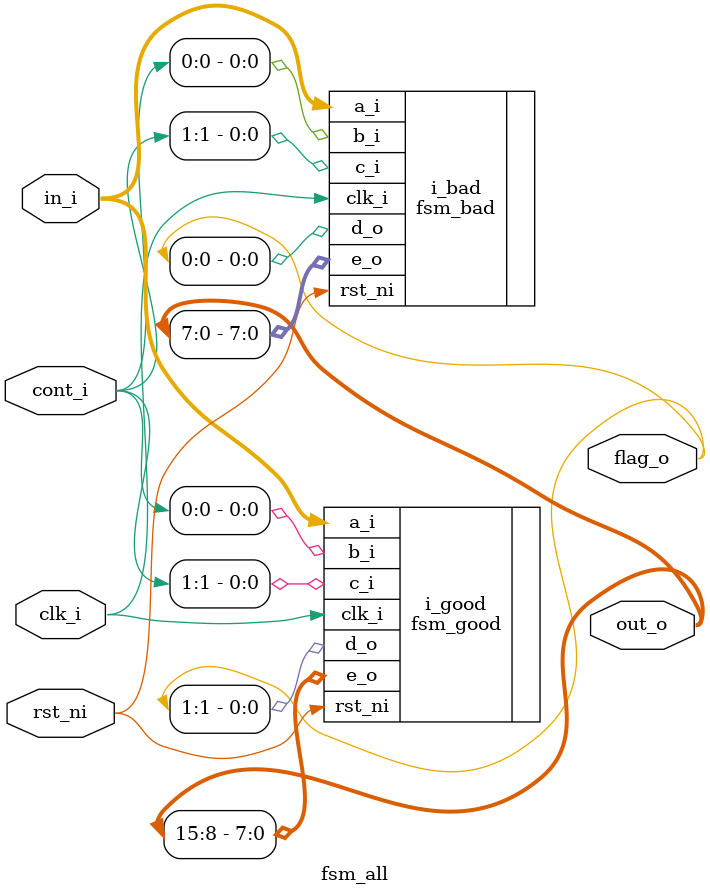
<source format=sv>

module fsm_all (
  input  logic        clk_i,
  input  logic        rst_ni,
  input  logic [7:0]  in_i,
  output logic [15:0] out_o,
  input  logic [1:0]  cont_i,
  output logic [1:0]  flag_o
);

  fsm_good i_good (
    .clk_i ( clk_i       ),
    .rst_ni( rst_ni      ),
    .a_i   ( in_i        ),
    .b_i   ( cont_i[0]   ),
    .c_i   ( cont_i[1]   ),
    .d_o   ( flag_o[1]   ),
    .e_o   ( out_o[15:8] )
  );

  fsm_bad i_bad (
    .clk_i ( clk_i      ),
    .rst_ni( rst_ni     ),
    .a_i   ( in_i       ),
    .b_i   ( cont_i[0]  ),
    .c_i   ( cont_i[1]  ),
    .d_o   ( flag_o[0]  ),
    .e_o   ( out_o[7:0] )
  );

endmodule

</source>
